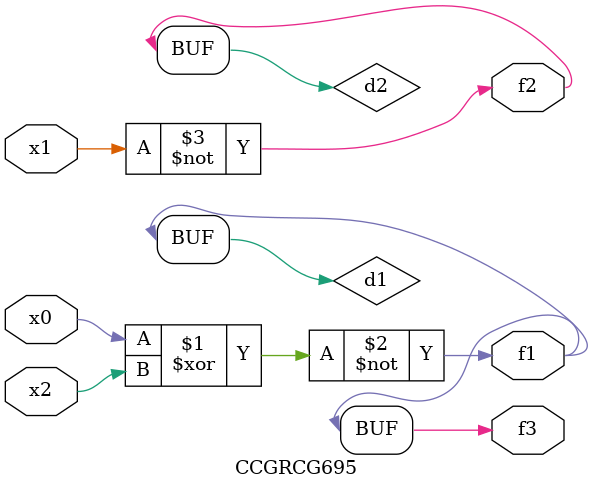
<source format=v>
module CCGRCG695(
	input x0, x1, x2,
	output f1, f2, f3
);

	wire d1, d2, d3;

	xnor (d1, x0, x2);
	nand (d2, x1);
	nor (d3, x1, x2);
	assign f1 = d1;
	assign f2 = d2;
	assign f3 = d1;
endmodule

</source>
